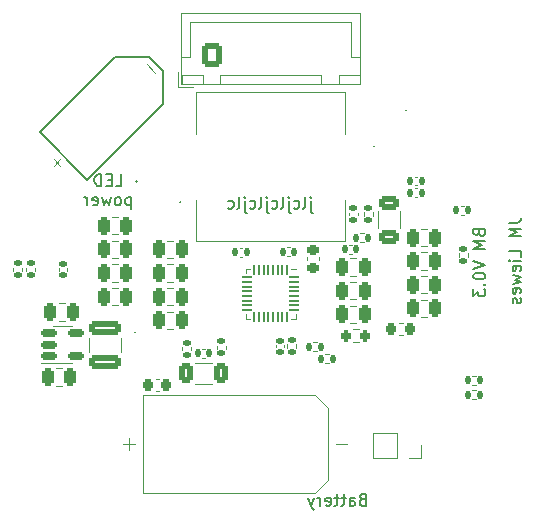
<source format=gbo>
%TF.GenerationSoftware,KiCad,Pcbnew,(6.0.9)*%
%TF.CreationDate,2023-02-02T10:15:23+01:00*%
%TF.ProjectId,BatteryManagementBoard,42617474-6572-4794-9d61-6e6167656d65,rev?*%
%TF.SameCoordinates,Original*%
%TF.FileFunction,Legend,Bot*%
%TF.FilePolarity,Positive*%
%FSLAX46Y46*%
G04 Gerber Fmt 4.6, Leading zero omitted, Abs format (unit mm)*
G04 Created by KiCad (PCBNEW (6.0.9)) date 2023-02-02 10:15:23*
%MOMM*%
%LPD*%
G01*
G04 APERTURE LIST*
G04 Aperture macros list*
%AMRoundRect*
0 Rectangle with rounded corners*
0 $1 Rounding radius*
0 $2 $3 $4 $5 $6 $7 $8 $9 X,Y pos of 4 corners*
0 Add a 4 corners polygon primitive as box body*
4,1,4,$2,$3,$4,$5,$6,$7,$8,$9,$2,$3,0*
0 Add four circle primitives for the rounded corners*
1,1,$1+$1,$2,$3*
1,1,$1+$1,$4,$5*
1,1,$1+$1,$6,$7*
1,1,$1+$1,$8,$9*
0 Add four rect primitives between the rounded corners*
20,1,$1+$1,$2,$3,$4,$5,0*
20,1,$1+$1,$4,$5,$6,$7,0*
20,1,$1+$1,$6,$7,$8,$9,0*
20,1,$1+$1,$8,$9,$2,$3,0*%
G04 Aperture macros list end*
%ADD10C,0.160000*%
%ADD11C,0.120000*%
%ADD12C,0.200000*%
%ADD13C,0.520000*%
%ADD14O,1.100000X2.200000*%
%ADD15R,0.850000X0.850000*%
%ADD16O,0.850000X0.850000*%
%ADD17RoundRect,0.135000X-0.185000X0.135000X-0.185000X-0.135000X0.185000X-0.135000X0.185000X0.135000X0*%
%ADD18RoundRect,0.135000X-0.135000X-0.185000X0.135000X-0.185000X0.135000X0.185000X-0.135000X0.185000X0*%
%ADD19R,1.350000X1.350000*%
%ADD20O,1.350000X1.350000*%
%ADD21RoundRect,0.250000X-0.250000X-0.475000X0.250000X-0.475000X0.250000X0.475000X-0.250000X0.475000X0*%
%ADD22RoundRect,0.250000X0.250000X0.475000X-0.250000X0.475000X-0.250000X-0.475000X0.250000X-0.475000X0*%
%ADD23R,0.430000X0.380000*%
%ADD24R,0.300000X0.400000*%
%ADD25R,1.980000X2.450000*%
%ADD26R,0.500000X0.350000*%
%ADD27RoundRect,0.140000X-0.170000X0.140000X-0.170000X-0.140000X0.170000X-0.140000X0.170000X0.140000X0*%
%ADD28RoundRect,0.135000X0.185000X-0.135000X0.185000X0.135000X-0.185000X0.135000X-0.185000X-0.135000X0*%
%ADD29RoundRect,0.225000X0.225000X0.250000X-0.225000X0.250000X-0.225000X-0.250000X0.225000X-0.250000X0*%
%ADD30RoundRect,0.050000X0.337500X0.050000X-0.337500X0.050000X-0.337500X-0.050000X0.337500X-0.050000X0*%
%ADD31RoundRect,0.050000X0.050000X0.337500X-0.050000X0.337500X-0.050000X-0.337500X0.050000X-0.337500X0*%
%ADD32R,2.800000X2.800000*%
%ADD33RoundRect,0.250000X-0.600000X-0.725000X0.600000X-0.725000X0.600000X0.725000X-0.600000X0.725000X0*%
%ADD34O,1.700000X1.950000*%
%ADD35R,3.250000X5.000000*%
%ADD36RoundRect,0.225000X0.250000X-0.225000X0.250000X0.225000X-0.250000X0.225000X-0.250000X-0.225000X0*%
%ADD37R,0.380000X0.430000*%
%ADD38R,0.400000X0.300000*%
%ADD39R,2.450000X1.980000*%
%ADD40R,0.350000X0.500000*%
%ADD41RoundRect,0.140000X0.140000X0.170000X-0.140000X0.170000X-0.140000X-0.170000X0.140000X-0.170000X0*%
%ADD42RoundRect,0.135000X0.135000X0.185000X-0.135000X0.185000X-0.135000X-0.185000X0.135000X-0.185000X0*%
%ADD43RoundRect,0.250000X0.625000X-0.312500X0.625000X0.312500X-0.625000X0.312500X-0.625000X-0.312500X0*%
%ADD44RoundRect,0.140000X0.170000X-0.140000X0.170000X0.140000X-0.170000X0.140000X-0.170000X-0.140000X0*%
%ADD45RoundRect,0.218750X0.218750X0.256250X-0.218750X0.256250X-0.218750X-0.256250X0.218750X-0.256250X0*%
%ADD46C,6.500000*%
%ADD47R,6.300000X6.000000*%
%ADD48RoundRect,0.140000X-0.140000X-0.170000X0.140000X-0.170000X0.140000X0.170000X-0.140000X0.170000X0*%
%ADD49RoundRect,0.250000X-0.312500X-0.625000X0.312500X-0.625000X0.312500X0.625000X-0.312500X0.625000X0*%
%ADD50C,4.000000*%
%ADD51RoundRect,0.250000X1.075000X-0.375000X1.075000X0.375000X-1.075000X0.375000X-1.075000X-0.375000X0*%
%ADD52RoundRect,0.150000X-0.512500X-0.150000X0.512500X-0.150000X0.512500X0.150000X-0.512500X0.150000X0*%
%ADD53RoundRect,0.200000X0.200000X0.275000X-0.200000X0.275000X-0.200000X-0.275000X0.200000X-0.275000X0*%
G04 APERTURE END LIST*
D10*
X167628571Y-97600000D02*
X167676190Y-97742857D01*
X167723809Y-97790476D01*
X167819047Y-97838095D01*
X167961904Y-97838095D01*
X168057142Y-97790476D01*
X168104761Y-97742857D01*
X168152380Y-97647619D01*
X168152380Y-97266666D01*
X167152380Y-97266666D01*
X167152380Y-97600000D01*
X167200000Y-97695238D01*
X167247619Y-97742857D01*
X167342857Y-97790476D01*
X167438095Y-97790476D01*
X167533333Y-97742857D01*
X167580952Y-97695238D01*
X167628571Y-97600000D01*
X167628571Y-97266666D01*
X168152380Y-98266666D02*
X167152380Y-98266666D01*
X167866666Y-98600000D01*
X167152380Y-98933333D01*
X168152380Y-98933333D01*
X167152380Y-100028571D02*
X168152380Y-100361904D01*
X167152380Y-100695238D01*
X167152380Y-101219047D02*
X167152380Y-101314285D01*
X167200000Y-101409523D01*
X167247619Y-101457142D01*
X167342857Y-101504761D01*
X167533333Y-101552380D01*
X167771428Y-101552380D01*
X167961904Y-101504761D01*
X168057142Y-101457142D01*
X168104761Y-101409523D01*
X168152380Y-101314285D01*
X168152380Y-101219047D01*
X168104761Y-101123809D01*
X168057142Y-101076190D01*
X167961904Y-101028571D01*
X167771428Y-100980952D01*
X167533333Y-100980952D01*
X167342857Y-101028571D01*
X167247619Y-101076190D01*
X167200000Y-101123809D01*
X167152380Y-101219047D01*
X168057142Y-101980952D02*
X168104761Y-102028571D01*
X168152380Y-101980952D01*
X168104761Y-101933333D01*
X168057142Y-101980952D01*
X168152380Y-101980952D01*
X167152380Y-102361904D02*
X167152380Y-102980952D01*
X167533333Y-102647619D01*
X167533333Y-102790476D01*
X167580952Y-102885714D01*
X167628571Y-102933333D01*
X167723809Y-102980952D01*
X167961904Y-102980952D01*
X168057142Y-102933333D01*
X168104761Y-102885714D01*
X168152380Y-102790476D01*
X168152380Y-102504761D01*
X168104761Y-102409523D01*
X168057142Y-102361904D01*
X157771428Y-120178571D02*
X157628571Y-120226190D01*
X157580952Y-120273809D01*
X157533333Y-120369047D01*
X157533333Y-120511904D01*
X157580952Y-120607142D01*
X157628571Y-120654761D01*
X157723809Y-120702380D01*
X158104761Y-120702380D01*
X158104761Y-119702380D01*
X157771428Y-119702380D01*
X157676190Y-119750000D01*
X157628571Y-119797619D01*
X157580952Y-119892857D01*
X157580952Y-119988095D01*
X157628571Y-120083333D01*
X157676190Y-120130952D01*
X157771428Y-120178571D01*
X158104761Y-120178571D01*
X156676190Y-120702380D02*
X156676190Y-120178571D01*
X156723809Y-120083333D01*
X156819047Y-120035714D01*
X157009523Y-120035714D01*
X157104761Y-120083333D01*
X156676190Y-120654761D02*
X156771428Y-120702380D01*
X157009523Y-120702380D01*
X157104761Y-120654761D01*
X157152380Y-120559523D01*
X157152380Y-120464285D01*
X157104761Y-120369047D01*
X157009523Y-120321428D01*
X156771428Y-120321428D01*
X156676190Y-120273809D01*
X156342857Y-120035714D02*
X155961904Y-120035714D01*
X156200000Y-119702380D02*
X156200000Y-120559523D01*
X156152380Y-120654761D01*
X156057142Y-120702380D01*
X155961904Y-120702380D01*
X155771428Y-120035714D02*
X155390476Y-120035714D01*
X155628571Y-119702380D02*
X155628571Y-120559523D01*
X155580952Y-120654761D01*
X155485714Y-120702380D01*
X155390476Y-120702380D01*
X154676190Y-120654761D02*
X154771428Y-120702380D01*
X154961904Y-120702380D01*
X155057142Y-120654761D01*
X155104761Y-120559523D01*
X155104761Y-120178571D01*
X155057142Y-120083333D01*
X154961904Y-120035714D01*
X154771428Y-120035714D01*
X154676190Y-120083333D01*
X154628571Y-120178571D01*
X154628571Y-120273809D01*
X155104761Y-120369047D01*
X154200000Y-120702380D02*
X154200000Y-120035714D01*
X154200000Y-120226190D02*
X154152380Y-120130952D01*
X154104761Y-120083333D01*
X154009523Y-120035714D01*
X153914285Y-120035714D01*
X153676190Y-120035714D02*
X153438095Y-120702380D01*
X153200000Y-120035714D02*
X153438095Y-120702380D01*
X153533333Y-120940476D01*
X153580952Y-120988095D01*
X153676190Y-121035714D01*
X136892857Y-93647380D02*
X137369047Y-93647380D01*
X137369047Y-92647380D01*
X136559523Y-93123571D02*
X136226190Y-93123571D01*
X136083333Y-93647380D02*
X136559523Y-93647380D01*
X136559523Y-92647380D01*
X136083333Y-92647380D01*
X135654761Y-93647380D02*
X135654761Y-92647380D01*
X135416666Y-92647380D01*
X135273809Y-92695000D01*
X135178571Y-92790238D01*
X135130952Y-92885476D01*
X135083333Y-93075952D01*
X135083333Y-93218809D01*
X135130952Y-93409285D01*
X135178571Y-93504523D01*
X135273809Y-93599761D01*
X135416666Y-93647380D01*
X135654761Y-93647380D01*
X138178571Y-94590714D02*
X138178571Y-95590714D01*
X138178571Y-94638333D02*
X138083333Y-94590714D01*
X137892857Y-94590714D01*
X137797619Y-94638333D01*
X137750000Y-94685952D01*
X137702380Y-94781190D01*
X137702380Y-95066904D01*
X137750000Y-95162142D01*
X137797619Y-95209761D01*
X137892857Y-95257380D01*
X138083333Y-95257380D01*
X138178571Y-95209761D01*
X137130952Y-95257380D02*
X137226190Y-95209761D01*
X137273809Y-95162142D01*
X137321428Y-95066904D01*
X137321428Y-94781190D01*
X137273809Y-94685952D01*
X137226190Y-94638333D01*
X137130952Y-94590714D01*
X136988095Y-94590714D01*
X136892857Y-94638333D01*
X136845238Y-94685952D01*
X136797619Y-94781190D01*
X136797619Y-95066904D01*
X136845238Y-95162142D01*
X136892857Y-95209761D01*
X136988095Y-95257380D01*
X137130952Y-95257380D01*
X136464285Y-94590714D02*
X136273809Y-95257380D01*
X136083333Y-94781190D01*
X135892857Y-95257380D01*
X135702380Y-94590714D01*
X134940476Y-95209761D02*
X135035714Y-95257380D01*
X135226190Y-95257380D01*
X135321428Y-95209761D01*
X135369047Y-95114523D01*
X135369047Y-94733571D01*
X135321428Y-94638333D01*
X135226190Y-94590714D01*
X135035714Y-94590714D01*
X134940476Y-94638333D01*
X134892857Y-94733571D01*
X134892857Y-94828809D01*
X135369047Y-94924047D01*
X134464285Y-95257380D02*
X134464285Y-94590714D01*
X134464285Y-94781190D02*
X134416666Y-94685952D01*
X134369047Y-94638333D01*
X134273809Y-94590714D01*
X134178571Y-94590714D01*
X170152380Y-96761904D02*
X170866666Y-96761904D01*
X171009523Y-96714285D01*
X171104761Y-96619047D01*
X171152380Y-96476190D01*
X171152380Y-96380952D01*
X171152380Y-97238095D02*
X170152380Y-97238095D01*
X170866666Y-97571428D01*
X170152380Y-97904761D01*
X171152380Y-97904761D01*
X171152380Y-99619047D02*
X171152380Y-99142857D01*
X170152380Y-99142857D01*
X171152380Y-99952380D02*
X170485714Y-99952380D01*
X170152380Y-99952380D02*
X170200000Y-99904761D01*
X170247619Y-99952380D01*
X170200000Y-100000000D01*
X170152380Y-99952380D01*
X170247619Y-99952380D01*
X171104761Y-100809523D02*
X171152380Y-100714285D01*
X171152380Y-100523809D01*
X171104761Y-100428571D01*
X171009523Y-100380952D01*
X170628571Y-100380952D01*
X170533333Y-100428571D01*
X170485714Y-100523809D01*
X170485714Y-100714285D01*
X170533333Y-100809523D01*
X170628571Y-100857142D01*
X170723809Y-100857142D01*
X170819047Y-100380952D01*
X170485714Y-101190476D02*
X171152380Y-101380952D01*
X170676190Y-101571428D01*
X171152380Y-101761904D01*
X170485714Y-101952380D01*
X171104761Y-102714285D02*
X171152380Y-102619047D01*
X171152380Y-102428571D01*
X171104761Y-102333333D01*
X171009523Y-102285714D01*
X170628571Y-102285714D01*
X170533333Y-102333333D01*
X170485714Y-102428571D01*
X170485714Y-102619047D01*
X170533333Y-102714285D01*
X170628571Y-102761904D01*
X170723809Y-102761904D01*
X170819047Y-102285714D01*
X171104761Y-103142857D02*
X171152380Y-103238095D01*
X171152380Y-103428571D01*
X171104761Y-103523809D01*
X171009523Y-103571428D01*
X170961904Y-103571428D01*
X170866666Y-103523809D01*
X170819047Y-103428571D01*
X170819047Y-103285714D01*
X170771428Y-103190476D01*
X170676190Y-103142857D01*
X170628571Y-103142857D01*
X170533333Y-103190476D01*
X170485714Y-103285714D01*
X170485714Y-103428571D01*
X170533333Y-103523809D01*
X153376190Y-94885714D02*
X153376190Y-95742857D01*
X153423809Y-95838095D01*
X153519047Y-95885714D01*
X153566666Y-95885714D01*
X153376190Y-94552380D02*
X153423809Y-94600000D01*
X153376190Y-94647619D01*
X153328571Y-94600000D01*
X153376190Y-94552380D01*
X153376190Y-94647619D01*
X152757142Y-95552380D02*
X152852380Y-95504761D01*
X152900000Y-95409523D01*
X152900000Y-94552380D01*
X151947619Y-95504761D02*
X152042857Y-95552380D01*
X152233333Y-95552380D01*
X152328571Y-95504761D01*
X152376190Y-95457142D01*
X152423809Y-95361904D01*
X152423809Y-95076190D01*
X152376190Y-94980952D01*
X152328571Y-94933333D01*
X152233333Y-94885714D01*
X152042857Y-94885714D01*
X151947619Y-94933333D01*
X151519047Y-94885714D02*
X151519047Y-95742857D01*
X151566666Y-95838095D01*
X151661904Y-95885714D01*
X151709523Y-95885714D01*
X151519047Y-94552380D02*
X151566666Y-94600000D01*
X151519047Y-94647619D01*
X151471428Y-94600000D01*
X151519047Y-94552380D01*
X151519047Y-94647619D01*
X150900000Y-95552380D02*
X150995238Y-95504761D01*
X151042857Y-95409523D01*
X151042857Y-94552380D01*
X150090476Y-95504761D02*
X150185714Y-95552380D01*
X150376190Y-95552380D01*
X150471428Y-95504761D01*
X150519047Y-95457142D01*
X150566666Y-95361904D01*
X150566666Y-95076190D01*
X150519047Y-94980952D01*
X150471428Y-94933333D01*
X150376190Y-94885714D01*
X150185714Y-94885714D01*
X150090476Y-94933333D01*
X149661904Y-94885714D02*
X149661904Y-95742857D01*
X149709523Y-95838095D01*
X149804761Y-95885714D01*
X149852380Y-95885714D01*
X149661904Y-94552380D02*
X149709523Y-94600000D01*
X149661904Y-94647619D01*
X149614285Y-94600000D01*
X149661904Y-94552380D01*
X149661904Y-94647619D01*
X149042857Y-95552380D02*
X149138095Y-95504761D01*
X149185714Y-95409523D01*
X149185714Y-94552380D01*
X148233333Y-95504761D02*
X148328571Y-95552380D01*
X148519047Y-95552380D01*
X148614285Y-95504761D01*
X148661904Y-95457142D01*
X148709523Y-95361904D01*
X148709523Y-95076190D01*
X148661904Y-94980952D01*
X148614285Y-94933333D01*
X148519047Y-94885714D01*
X148328571Y-94885714D01*
X148233333Y-94933333D01*
X147804761Y-94885714D02*
X147804761Y-95742857D01*
X147852380Y-95838095D01*
X147947619Y-95885714D01*
X147995238Y-95885714D01*
X147804761Y-94552380D02*
X147852380Y-94600000D01*
X147804761Y-94647619D01*
X147757142Y-94600000D01*
X147804761Y-94552380D01*
X147804761Y-94647619D01*
X147185714Y-95552380D02*
X147280952Y-95504761D01*
X147328571Y-95409523D01*
X147328571Y-94552380D01*
X146376190Y-95504761D02*
X146471428Y-95552380D01*
X146661904Y-95552380D01*
X146757142Y-95504761D01*
X146804761Y-95457142D01*
X146852380Y-95361904D01*
X146852380Y-95076190D01*
X146804761Y-94980952D01*
X146757142Y-94933333D01*
X146661904Y-94885714D01*
X146471428Y-94885714D01*
X146376190Y-94933333D01*
D11*
X130080000Y-100546359D02*
X130080000Y-100853641D01*
X129320000Y-100546359D02*
X129320000Y-100853641D01*
X166076359Y-96090000D02*
X166383641Y-96090000D01*
X166076359Y-95330000D02*
X166383641Y-95330000D01*
X160700000Y-114540000D02*
X158640000Y-114540000D01*
X161700000Y-116660000D02*
X162760000Y-116660000D01*
X160700000Y-116660000D02*
X158640000Y-116660000D01*
X160700000Y-116660000D02*
X160700000Y-114540000D01*
X158640000Y-116660000D02*
X158640000Y-114540000D01*
X162760000Y-116660000D02*
X162760000Y-115600000D01*
X162738748Y-100735000D02*
X163261252Y-100735000D01*
X162738748Y-99265000D02*
X163261252Y-99265000D01*
X157596359Y-98380000D02*
X157903641Y-98380000D01*
X157596359Y-97620000D02*
X157903641Y-97620000D01*
X132561252Y-105035000D02*
X132038748Y-105035000D01*
X132561252Y-103565000D02*
X132038748Y-103565000D01*
X161530711Y-87250000D02*
G75*
G03*
X161530711Y-87250000I-70711J0D01*
G01*
X151160000Y-107092164D02*
X151160000Y-107307836D01*
X150440000Y-107092164D02*
X150440000Y-107307836D01*
X162738748Y-104735000D02*
X163261252Y-104735000D01*
X162738748Y-103265000D02*
X163261252Y-103265000D01*
X141761252Y-105735000D02*
X141238748Y-105735000D01*
X141761252Y-104265000D02*
X141238748Y-104265000D01*
X142420711Y-95000000D02*
G75*
G03*
X142420711Y-95000000I-70711J0D01*
G01*
X157261252Y-103235000D02*
X156738748Y-103235000D01*
X157261252Y-101765000D02*
X156738748Y-101765000D01*
X167046359Y-111680000D02*
X167353641Y-111680000D01*
X167046359Y-110920000D02*
X167353641Y-110920000D01*
X151420000Y-107353641D02*
X151420000Y-107046359D01*
X152180000Y-107353641D02*
X152180000Y-107046359D01*
X166680000Y-99346359D02*
X166680000Y-99653641D01*
X165920000Y-99346359D02*
X165920000Y-99653641D01*
X131838748Y-110535000D02*
X132361252Y-110535000D01*
X131838748Y-109065000D02*
X132361252Y-109065000D01*
X140540580Y-109990000D02*
X140259420Y-109990000D01*
X140540580Y-111010000D02*
X140259420Y-111010000D01*
X162738748Y-98735000D02*
X163261252Y-98735000D01*
X162738748Y-97265000D02*
X163261252Y-97265000D01*
X136538748Y-103735000D02*
X137061252Y-103735000D01*
X136538748Y-102265000D02*
X137061252Y-102265000D01*
X151760000Y-100640000D02*
X152110000Y-100640000D01*
X151760000Y-104860000D02*
X152110000Y-104860000D01*
X152110000Y-104860000D02*
X152110000Y-104510000D01*
X148240000Y-100640000D02*
X147890000Y-100640000D01*
X147890000Y-104860000D02*
X147890000Y-104510000D01*
X147890000Y-100640000D02*
X147890000Y-100990000D01*
X148240000Y-104860000D02*
X147890000Y-104860000D01*
X156800000Y-79775000D02*
X150000000Y-79775000D01*
X145750000Y-84225000D02*
X154250000Y-84225000D01*
X142150000Y-85275000D02*
X142150000Y-84025000D01*
X154250000Y-84975000D02*
X145750000Y-84975000D01*
X156800000Y-82725000D02*
X156800000Y-79775000D01*
X142450000Y-84975000D02*
X142450000Y-84225000D01*
X154250000Y-84225000D02*
X154250000Y-84975000D01*
X144250000Y-84975000D02*
X142450000Y-84975000D01*
X142450000Y-82725000D02*
X143200000Y-82725000D01*
X144250000Y-84225000D02*
X144250000Y-84975000D01*
X155750000Y-84975000D02*
X155750000Y-84225000D01*
X157560000Y-79015000D02*
X157560000Y-84985000D01*
X142440000Y-84985000D02*
X142440000Y-79015000D01*
X157550000Y-82725000D02*
X156800000Y-82725000D01*
X143200000Y-79775000D02*
X150000000Y-79775000D01*
X157550000Y-84225000D02*
X157550000Y-84975000D01*
X143400000Y-85275000D02*
X142150000Y-85275000D01*
X142440000Y-79015000D02*
X157560000Y-79015000D01*
X157560000Y-84985000D02*
X142440000Y-84985000D01*
X143200000Y-82725000D02*
X143200000Y-79775000D01*
X155750000Y-84225000D02*
X157550000Y-84225000D01*
X145750000Y-84975000D02*
X145750000Y-84225000D01*
X142450000Y-84225000D02*
X144250000Y-84225000D01*
X157550000Y-84975000D02*
X155750000Y-84975000D01*
X162738748Y-102735000D02*
X163261252Y-102735000D01*
X162738748Y-101265000D02*
X163261252Y-101265000D01*
X167046359Y-110480000D02*
X167353641Y-110480000D01*
X167046359Y-109720000D02*
X167353641Y-109720000D01*
X143700000Y-98300000D02*
X156300000Y-98300000D01*
X156300000Y-98300000D02*
X156300000Y-94800000D01*
X156300000Y-85700000D02*
X156300000Y-89200000D01*
X143700000Y-85700000D02*
X143700000Y-89200000D01*
X143700000Y-98300000D02*
X143700000Y-94800000D01*
X143700000Y-85700000D02*
X156300000Y-85700000D01*
X141761252Y-98265000D02*
X141238748Y-98265000D01*
X141761252Y-99735000D02*
X141238748Y-99735000D01*
X141761252Y-102265000D02*
X141238748Y-102265000D01*
X141761252Y-103735000D02*
X141238748Y-103735000D01*
X154110000Y-99940580D02*
X154110000Y-99659420D01*
X153090000Y-99940580D02*
X153090000Y-99659420D01*
X138570711Y-106040000D02*
G75*
G03*
X138570711Y-106040000I-70711J0D01*
G01*
X156857836Y-99360000D02*
X156642164Y-99360000D01*
X156857836Y-98640000D02*
X156642164Y-98640000D01*
X153903641Y-107630000D02*
X153596359Y-107630000D01*
X153903641Y-106870000D02*
X153596359Y-106870000D01*
X145420000Y-107146359D02*
X145420000Y-107453641D01*
X146180000Y-107146359D02*
X146180000Y-107453641D01*
X159090000Y-97227064D02*
X159090000Y-95772936D01*
X160910000Y-97227064D02*
X160910000Y-95772936D01*
X156640000Y-96107836D02*
X156640000Y-95892164D01*
X157360000Y-96107836D02*
X157360000Y-95892164D01*
X161162779Y-106260000D02*
X160837221Y-106260000D01*
X161162779Y-105240000D02*
X160837221Y-105240000D01*
X154850000Y-112450000D02*
X153750000Y-111350000D01*
X153750000Y-111350000D02*
X139150000Y-111350000D01*
X154850000Y-118550000D02*
X154850000Y-112450000D01*
X139150000Y-119650000D02*
X153750000Y-119650000D01*
X139150000Y-111350000D02*
X139150000Y-119650000D01*
X138000000Y-115000000D02*
X138000000Y-116000000D01*
X138500000Y-115500000D02*
X137500000Y-115500000D01*
X153750000Y-119650000D02*
X154850000Y-118550000D01*
X156500000Y-115500000D02*
X155500000Y-115500000D01*
X162192164Y-93560000D02*
X162407836Y-93560000D01*
X162192164Y-92840000D02*
X162407836Y-92840000D01*
X157261252Y-105235000D02*
X156738748Y-105235000D01*
X157261252Y-103765000D02*
X156738748Y-103765000D01*
X136538748Y-101735000D02*
X137061252Y-101735000D01*
X136538748Y-100265000D02*
X137061252Y-100265000D01*
X147392164Y-99610000D02*
X147607836Y-99610000D01*
X147392164Y-98890000D02*
X147607836Y-98890000D01*
X132040000Y-100807836D02*
X132040000Y-100592164D01*
X132760000Y-100807836D02*
X132760000Y-100592164D01*
X158630000Y-96153641D02*
X158630000Y-95846359D01*
X157870000Y-96153641D02*
X157870000Y-95846359D01*
X143572936Y-110410000D02*
X145027064Y-110410000D01*
X143572936Y-108590000D02*
X145027064Y-108590000D01*
X158820711Y-90290000D02*
G75*
G03*
X158820711Y-90290000I-70711J0D01*
G01*
D12*
X130428501Y-89090990D02*
X136827817Y-82691674D01*
D11*
X140221930Y-84035177D02*
X139514823Y-83328070D01*
X132196268Y-91353732D02*
X131630583Y-91919417D01*
D12*
X134459010Y-93121499D02*
X140858326Y-86722183D01*
X130428501Y-89090990D02*
X134459010Y-93121499D01*
X140858326Y-83893755D02*
X140858326Y-86722183D01*
X139656245Y-82691674D02*
X140858326Y-83893755D01*
X139656245Y-82691674D02*
X136827817Y-82691674D01*
D11*
X131630583Y-91353732D02*
X132196268Y-91919417D01*
X137360000Y-107702064D02*
X137360000Y-106497936D01*
X134640000Y-107702064D02*
X134640000Y-106497936D01*
X151607836Y-98840000D02*
X151392164Y-98840000D01*
X151607836Y-99560000D02*
X151392164Y-99560000D01*
X132350000Y-105502500D02*
X133150000Y-105502500D01*
X132350000Y-108622500D02*
X130550000Y-108622500D01*
X132350000Y-105502500D02*
X131550000Y-105502500D01*
X132350000Y-108622500D02*
X133150000Y-108622500D01*
X138720711Y-93250000D02*
G75*
G03*
X138720711Y-93250000I-70711J0D01*
G01*
X136538748Y-96265000D02*
X137061252Y-96265000D01*
X136538748Y-97735000D02*
X137061252Y-97735000D01*
X154903641Y-107870000D02*
X154596359Y-107870000D01*
X154903641Y-108630000D02*
X154596359Y-108630000D01*
X157437258Y-106822500D02*
X156962742Y-106822500D01*
X157437258Y-105777500D02*
X156962742Y-105777500D01*
X157261252Y-99765000D02*
X156738748Y-99765000D01*
X157261252Y-101235000D02*
X156738748Y-101235000D01*
X144212164Y-108160000D02*
X144427836Y-108160000D01*
X144212164Y-107440000D02*
X144427836Y-107440000D01*
X128220000Y-100546359D02*
X128220000Y-100853641D01*
X128980000Y-100546359D02*
X128980000Y-100853641D01*
X141761252Y-101735000D02*
X141238748Y-101735000D01*
X141761252Y-100265000D02*
X141238748Y-100265000D01*
X162192164Y-94560000D02*
X162407836Y-94560000D01*
X162192164Y-93840000D02*
X162407836Y-93840000D01*
X136538748Y-98265000D02*
X137061252Y-98265000D01*
X136538748Y-99735000D02*
X137061252Y-99735000D01*
X143280000Y-107246359D02*
X143280000Y-107553641D01*
X142520000Y-107246359D02*
X142520000Y-107553641D01*
%LPC*%
D13*
X163000000Y-113750000D03*
X163000000Y-106250000D03*
D14*
X165150000Y-107600000D03*
X160850000Y-107600000D03*
X165150000Y-112400000D03*
X160850000Y-112400000D03*
D15*
X164850000Y-86550000D03*
D16*
X165850000Y-86550000D03*
D17*
X129700000Y-100190000D03*
X129700000Y-101210000D03*
D18*
X165720000Y-95710000D03*
X166740000Y-95710000D03*
D19*
X161700000Y-115600000D03*
D20*
X159700000Y-115600000D03*
D21*
X162050000Y-100000000D03*
X163950000Y-100000000D03*
D18*
X157240000Y-98000000D03*
X158260000Y-98000000D03*
D22*
X133250000Y-104300000D03*
X131350000Y-104300000D03*
D23*
X159610000Y-86850000D03*
X159610000Y-89650000D03*
D24*
X158110000Y-87275000D03*
X158110000Y-89225000D03*
X158110000Y-87925000D03*
X158110000Y-88575000D03*
D25*
X159250000Y-88250000D03*
D26*
X161010000Y-89225000D03*
X161010000Y-88575000D03*
X161010000Y-87275000D03*
X161010000Y-87925000D03*
D27*
X150800000Y-106720000D03*
X150800000Y-107680000D03*
D21*
X162050000Y-104000000D03*
X163950000Y-104000000D03*
D22*
X142450000Y-105000000D03*
X140550000Y-105000000D03*
D24*
X139000000Y-96975000D03*
X139000000Y-95025000D03*
X139000000Y-95675000D03*
D23*
X140500000Y-97400000D03*
D25*
X140140000Y-96000000D03*
D23*
X140500000Y-94600000D03*
D24*
X139000000Y-96325000D03*
D26*
X141900000Y-96975000D03*
X141900000Y-95675000D03*
X141900000Y-95025000D03*
X141900000Y-96325000D03*
D22*
X157950000Y-102500000D03*
X156050000Y-102500000D03*
D18*
X166690000Y-111300000D03*
X167710000Y-111300000D03*
D28*
X151800000Y-107710000D03*
X151800000Y-106690000D03*
D17*
X166300000Y-98990000D03*
X166300000Y-100010000D03*
D21*
X131150000Y-109800000D03*
X133050000Y-109800000D03*
D29*
X141175000Y-110500000D03*
X139625000Y-110500000D03*
D21*
X162050000Y-98000000D03*
X163950000Y-98000000D03*
X135850000Y-103000000D03*
X137750000Y-103000000D03*
D30*
X151987500Y-101350000D03*
X151987500Y-101750000D03*
X151987500Y-102150000D03*
X151987500Y-102550000D03*
X151987500Y-102950000D03*
X151987500Y-103350000D03*
X151987500Y-103750000D03*
X151987500Y-104150000D03*
D31*
X151400000Y-104737500D03*
X151000000Y-104737500D03*
X150600000Y-104737500D03*
X150200000Y-104737500D03*
X149800000Y-104737500D03*
X149400000Y-104737500D03*
X149000000Y-104737500D03*
X148600000Y-104737500D03*
D30*
X148012500Y-104150000D03*
X148012500Y-103750000D03*
X148012500Y-103350000D03*
X148012500Y-102950000D03*
X148012500Y-102550000D03*
X148012500Y-102150000D03*
X148012500Y-101750000D03*
X148012500Y-101350000D03*
D31*
X148600000Y-100762500D03*
X149000000Y-100762500D03*
X149400000Y-100762500D03*
X149800000Y-100762500D03*
X150200000Y-100762500D03*
X150600000Y-100762500D03*
X151000000Y-100762500D03*
X151400000Y-100762500D03*
D32*
X150000000Y-102750000D03*
D33*
X145000000Y-82525000D03*
D34*
X147500000Y-82525000D03*
X150000000Y-82525000D03*
X152500000Y-82525000D03*
X155000000Y-82525000D03*
D21*
X162050000Y-102000000D03*
X163950000Y-102000000D03*
D18*
X166690000Y-110100000D03*
X167710000Y-110100000D03*
D35*
X155625000Y-92000000D03*
X144375000Y-92000000D03*
D22*
X142450000Y-99000000D03*
X140550000Y-99000000D03*
X142450000Y-103000000D03*
X140550000Y-103000000D03*
D36*
X153600000Y-100575000D03*
X153600000Y-99025000D03*
D37*
X138100000Y-107890000D03*
D38*
X140475000Y-109390000D03*
X138525000Y-109390000D03*
D37*
X140900000Y-107890000D03*
D38*
X139175000Y-109390000D03*
X139825000Y-109390000D03*
D39*
X139500000Y-108250000D03*
D40*
X140475000Y-106490000D03*
X139175000Y-106490000D03*
X138525000Y-106490000D03*
X139825000Y-106490000D03*
D41*
X157230000Y-99000000D03*
X156270000Y-99000000D03*
D42*
X154260000Y-107250000D03*
X153240000Y-107250000D03*
D17*
X145800000Y-106790000D03*
X145800000Y-107810000D03*
D43*
X160000000Y-97962500D03*
X160000000Y-95037500D03*
D44*
X157000000Y-96480000D03*
X157000000Y-95520000D03*
D45*
X161787500Y-105750000D03*
X160212500Y-105750000D03*
D46*
X150600000Y-115500000D03*
D47*
X143400000Y-115500000D03*
D48*
X161820000Y-93200000D03*
X162780000Y-93200000D03*
D22*
X157950000Y-104500000D03*
X156050000Y-104500000D03*
D21*
X135850000Y-101000000D03*
X137750000Y-101000000D03*
D48*
X147020000Y-99250000D03*
X147980000Y-99250000D03*
D44*
X132400000Y-101180000D03*
X132400000Y-100220000D03*
D28*
X158250000Y-96510000D03*
X158250000Y-95490000D03*
D49*
X142837500Y-109500000D03*
X145762500Y-109500000D03*
D38*
X158775000Y-93640000D03*
D37*
X161150000Y-92140000D03*
D38*
X160725000Y-93640000D03*
X160075000Y-93640000D03*
X159425000Y-93640000D03*
D37*
X158350000Y-92140000D03*
D39*
X159750000Y-92500000D03*
D40*
X160725000Y-90740000D03*
X158775000Y-90740000D03*
X160075000Y-90740000D03*
X159425000Y-90740000D03*
D50*
X137817767Y-85732233D03*
X134282233Y-89267767D03*
D51*
X136000000Y-108500000D03*
X136000000Y-105700000D03*
D41*
X151980000Y-99200000D03*
X151020000Y-99200000D03*
D52*
X131212500Y-108012500D03*
X131212500Y-107062500D03*
X131212500Y-106112500D03*
X133487500Y-106112500D03*
X133487500Y-108012500D03*
D25*
X140860000Y-92250000D03*
D23*
X140500000Y-93650000D03*
D24*
X142000000Y-91275000D03*
D23*
X140500000Y-90850000D03*
D24*
X142000000Y-93225000D03*
X142000000Y-92575000D03*
X142000000Y-91925000D03*
D26*
X139100000Y-91275000D03*
X139100000Y-91925000D03*
X139100000Y-93225000D03*
X139100000Y-92575000D03*
D21*
X135850000Y-97000000D03*
X137750000Y-97000000D03*
D42*
X155260000Y-108250000D03*
X154240000Y-108250000D03*
D53*
X158025000Y-106300000D03*
X156375000Y-106300000D03*
D22*
X157950000Y-100500000D03*
X156050000Y-100500000D03*
D48*
X143840000Y-107800000D03*
X144800000Y-107800000D03*
D17*
X128600000Y-100190000D03*
X128600000Y-101210000D03*
D22*
X142450000Y-101000000D03*
X140550000Y-101000000D03*
D48*
X161820000Y-94200000D03*
X162780000Y-94200000D03*
D21*
X135850000Y-99000000D03*
X137750000Y-99000000D03*
D17*
X142900000Y-106890000D03*
X142900000Y-107910000D03*
M02*

</source>
